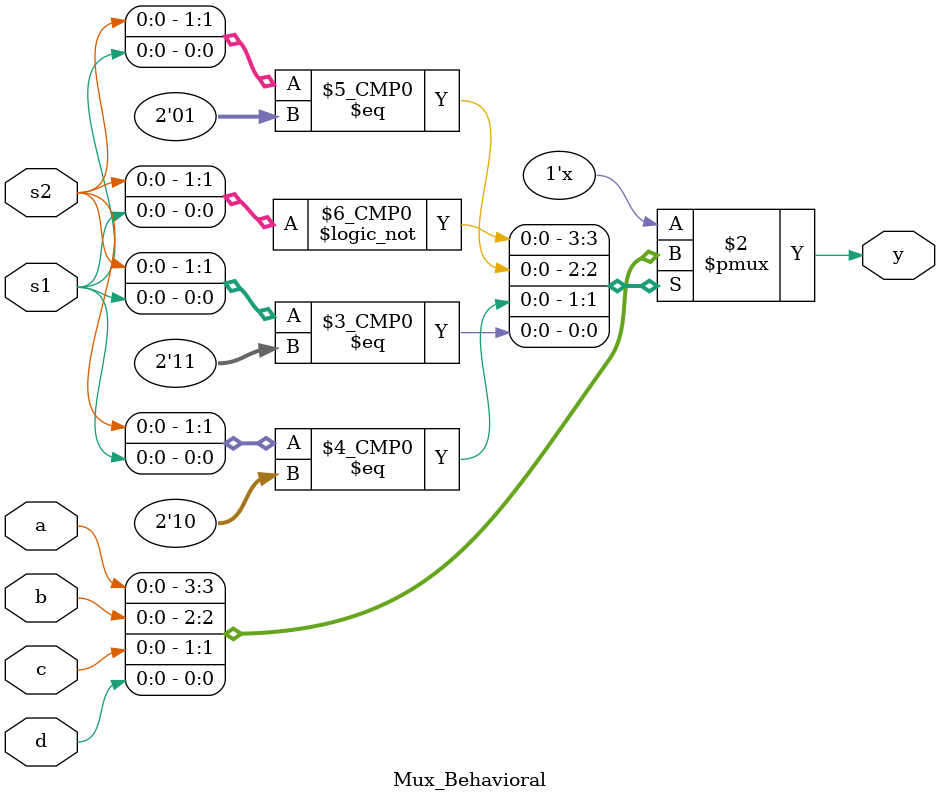
<source format=v>
`timescale 1ns / 1ps


module Mux_Behavioral(
    input a,
    input b,
    input c,
    input d,
    input s1,
    input s2,
    output reg y
    );
    
    always@(s1,s2,a,b,c,d)
    begin
    
    y=1'b0;
        case({s2,s1})
        2'b00:y = a;
        2'b01:y = b;
        2'b10:y = c;
        2'b11:y = d;
        default: begin
                 y=1'b0;
                 end
        endcase
    end
    
endmodule

</source>
